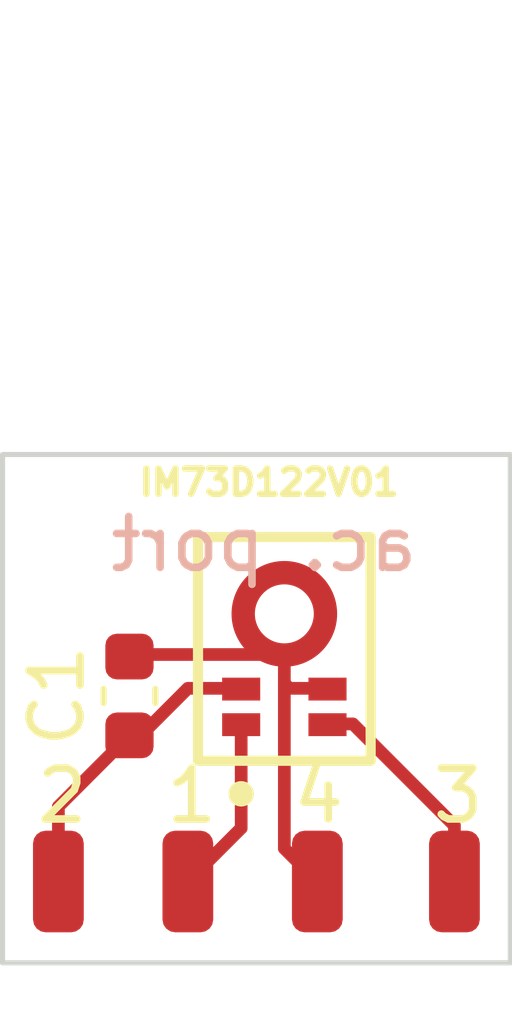
<source format=kicad_pcb>
(kicad_pcb (version 20221018) (generator pcbnew)
  (layers (0 "F.Cu" signal) (31 "B.Cu" signal) (34 "B.Paste" user) (35 "F.Paste" user) (36 "B.SilkS" user "B.Silkscreen") (37 "F.SilkS" user "F.Silkscreen") (38 "B.Mask" user) (39 "F.Mask" user) (44 "Edge.Cuts" user))
  (net 0 "")
  (footprint "Connector_Wire:SolderWirePad_1x01_SMD_1x2mm" (layer "F.Cu") (at 37.2 33.85)
    (fp_text reference "" (at 0 -2.54) (layer "F.SilkS"))
    (fp_text value "")
    (pad "2" smd roundrect (at 0 0) (size 1 2) (layers "F.Cu" "F.Paste" "F.Mask"))
  )
  (footprint "PDMMIC:IFX-PG-LLGA-5-4_2" (layer "F.Cu") (at 41.65 29.675 90)
    (fp_text reference "IM73D122V01" (at 3.675 -0.3 180) (layer "F.SilkS") (effects (font (size 0.5 0.5) (thickness 0.125))))
    (fp_text value "")
    (fp_circle (center 1.09 0) (end 1.9 0) (stroke (width 0.46)) (fill none) (layer "F.Cu"))
    (fp_line (start -1.8 -1.7) (end 2.6 -1.7) (stroke (width 0.2)) (layer "F.SilkS"))
    (fp_line (start -1.8 1.7) (end -1.8 -1.7) (stroke (width 0.2)) (layer "F.SilkS"))
    (fp_line (start -1.8 1.7) (end 2.6 1.7) (stroke (width 0.2)) (layer "F.SilkS"))
    (fp_line (start 2.6 1.7) (end 2.6 -1.7) (stroke (width 0.2)) (layer "F.SilkS"))
    (fp_circle (center -2.45 -0.85) (end -2.325 -0.85) (stroke (width 0.25)) (fill none) (layer "F.SilkS"))
    (pad "" np_thru_hole circle (at 1.09 0 90) (size 0.8 0.8) (drill 0.8) (layers "F&B.Cu" "*.Mask"))
    (pad "1" smd rect (at -1.09 -0.85 90) (size 0.45 0.75) (layers "F.Cu" "F.Mask"))
    (pad "2" smd rect (at -0.39 -0.85 90) (size 0.45 0.75) (layers "F.Cu" "F.Mask"))
    (pad "3" smd rect (at -1.09 0.85 90) (size 0.45 0.75) (layers "F.Cu" "F.Mask"))
    (pad "4" smd rect (at -0.39 0.85 90) (size 0.45 0.75) (layers "F.Cu" "F.Mask"))
  )
  (footprint "Connector_Wire:SolderWirePad_1x01_SMD_1x2mm" (layer "F.Cu") (at 42.3 33.85)
    (fp_text reference "" (at 0 -2.54) (layer "F.SilkS"))
    (fp_text value "")
    (pad "4" smd roundrect (at 0 0) (size 1 2) (layers "F.Cu" "F.Paste" "F.Mask"))
  )
  (footprint "Connector_Wire:SolderWirePad_1x01_SMD_1x2mm" (layer "F.Cu") (at 45 33.85)
    (fp_text reference "" (at 0 -2.54) (layer "F.SilkS"))
    (fp_text value "")
    (pad "3" smd roundrect (at 0 0) (size 1 2) (layers "F.Cu" "F.Paste" "F.Mask"))
  )
  (footprint "Connector_Wire:SolderWirePad_1x01_SMD_1x2mm" (layer "F.Cu") (at 39.75 33.85)
    (fp_text reference "" (at 0 -2.54) (layer "F.SilkS"))
    (fp_text value "")
    (pad "1" smd roundrect (at 0 0) (size 1 2) (layers "F.Cu" "F.Paste" "F.Mask"))
  )
  (footprint "Capacitor_SMD:C_0603_1608Metric" (layer "F.Cu") (at 38.6 30.2 90)
    (fp_text reference "C1" (at 0 -1.43 90) (layer "F.SilkS"))
    (fp_text value "")
    (fp_line (start -0.14058 -0.51) (end 0.14058 -0.51) (stroke (width 0.12)) (layer "F.SilkS"))
    (fp_line (start -0.14058 0.51) (end 0.14058 0.51) (stroke (width 0.12)) (layer "F.SilkS"))
    (pad "1" smd roundrect (at 0.775 0 90) (size 0.9 0.95) (layers "F.Cu" "F.Paste" "F.Mask"))
    (pad "2" smd roundrect (at -0.775 0 90) (size 0.9 0.95) (layers "F.Cu" "F.Paste" "F.Mask"))
  )
  (gr_rect (start 36.1 25.45) (end 46.1 35.45) (stroke (width 0.1)) (fill none) (layer "Edge.Cuts"))
  (gr_text "ac. port" (at 44.35 27.8) (layer "B.SilkS") (effects (font (size 1 1)) (justify left bottom mirror)))
  (gr_text "4" (at 41.75 32.75) (layer "F.SilkS") (effects (font (size 1 1)) (justify left bottom)))
  (gr_text "2" (at 36.7 32.75) (layer "F.SilkS") (effects (font (size 1 1)) (justify left bottom)))
  (gr_text "3" (at 44.5 32.75) (layer "F.SilkS") (effects (font (size 1 1)) (justify left bottom)))
  (gr_text "1" (at 39.25 32.75) (layer "F.SilkS") (effects (font (size 1 1)) (justify left bottom)))
  (segment (start 37.2 33.85) (end 37.2 32.375) (width 0.25) (layer "F.Cu") (net 0))
  (segment (start 41.65 29.95) (end 41.75 30.05) (width 0.25) (layer "F.Cu") (net 0))
  (segment (start 38.64 29.385) (end 38.6 29.425) (width 0.25) (layer "F.Cu") (net 0))
  (segment (start 41.65 29.385) (end 38.64 29.385) (width 0.25) (layer "F.Cu") (net 0))
  (segment (start 45 33.85) (end 45 32.75) (width 0.25) (layer "F.Cu") (net 0))
  (segment (start 41.65 29.385) (end 41.65 29.95) (width 0.25) (layer "F.Cu") (net 0))
  (segment (start 37.2 32.375) (end 38.6 30.975) (width 0.25) (layer "F.Cu") (net 0))
  (segment (start 40.8 32.8) (end 40.8 30.75) (width 0.25) (layer "F.Cu") (net 0))
  (segment (start 41.65 29.95) (end 41.65 33.2) (width 0.25) (layer "F.Cu") (net 0))
  (segment (start 43 30.75) (end 42.5 30.75) (width 0.25) (layer "F.Cu") (net 0))
  (segment (start 41.75 30.05) (end 42.5 30.05) (width 0.25) (layer "F.Cu") (net 0))
  (segment (start 41.65 33.2) (end 42.3 33.85) (width 0.25) (layer "F.Cu") (net 0))
  (segment (start 39.75 30.05) (end 40.8 30.05) (width 0.25) (layer "F.Cu") (net 0))
  (segment (start 38.825 30.975) (end 39.75 30.05) (width 0.25) (layer "F.Cu") (net 0))
  (segment (start 39.75 33.85) (end 40.8 32.8) (width 0.25) (layer "F.Cu") (net 0))
  (segment (start 38.6 30.975) (end 38.825 30.975) (width 0.25) (layer "F.Cu") (net 0))
  (segment (start 45 32.75) (end 43 30.75) (width 0.25) (layer "F.Cu") (net 0))
)
</source>
